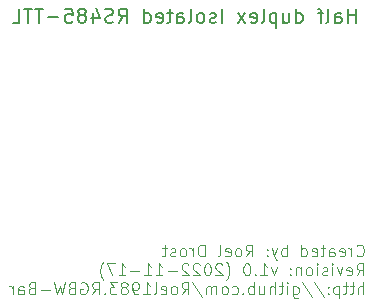
<source format=gbo>
G04 #@! TF.GenerationSoftware,KiCad,Pcbnew,5.1.12-84ad8e8a86~92~ubuntu16.04.1*
G04 #@! TF.CreationDate,2022-11-17T23:54:25+01:00*
G04 #@! TF.ProjectId,RS485-TTL,52533438-352d-4545-944c-2e6b69636164,rev?*
G04 #@! TF.SameCoordinates,Original*
G04 #@! TF.FileFunction,Legend,Bot*
G04 #@! TF.FilePolarity,Positive*
%FSLAX46Y46*%
G04 Gerber Fmt 4.6, Leading zero omitted, Abs format (unit mm)*
G04 Created by KiCad (PCBNEW 5.1.12-84ad8e8a86~92~ubuntu16.04.1) date 2022-11-17 23:54:25*
%MOMM*%
%LPD*%
G01*
G04 APERTURE LIST*
%ADD10C,0.100000*%
%ADD11C,0.200000*%
%ADD12C,2.800000*%
%ADD13O,1.700000X1.700000*%
%ADD14R,1.700000X1.700000*%
%ADD15C,2.000000*%
%ADD16C,3.200000*%
G04 APERTURE END LIST*
D10*
X165622476Y-94642142D02*
X165670095Y-94689761D01*
X165812952Y-94737380D01*
X165908190Y-94737380D01*
X166051047Y-94689761D01*
X166146285Y-94594523D01*
X166193904Y-94499285D01*
X166241523Y-94308809D01*
X166241523Y-94165952D01*
X166193904Y-93975476D01*
X166146285Y-93880238D01*
X166051047Y-93785000D01*
X165908190Y-93737380D01*
X165812952Y-93737380D01*
X165670095Y-93785000D01*
X165622476Y-93832619D01*
X165193904Y-94737380D02*
X165193904Y-94070714D01*
X165193904Y-94261190D02*
X165146285Y-94165952D01*
X165098666Y-94118333D01*
X165003428Y-94070714D01*
X164908190Y-94070714D01*
X164193904Y-94689761D02*
X164289142Y-94737380D01*
X164479619Y-94737380D01*
X164574857Y-94689761D01*
X164622476Y-94594523D01*
X164622476Y-94213571D01*
X164574857Y-94118333D01*
X164479619Y-94070714D01*
X164289142Y-94070714D01*
X164193904Y-94118333D01*
X164146285Y-94213571D01*
X164146285Y-94308809D01*
X164622476Y-94404047D01*
X163289142Y-94737380D02*
X163289142Y-94213571D01*
X163336761Y-94118333D01*
X163432000Y-94070714D01*
X163622476Y-94070714D01*
X163717714Y-94118333D01*
X163289142Y-94689761D02*
X163384380Y-94737380D01*
X163622476Y-94737380D01*
X163717714Y-94689761D01*
X163765333Y-94594523D01*
X163765333Y-94499285D01*
X163717714Y-94404047D01*
X163622476Y-94356428D01*
X163384380Y-94356428D01*
X163289142Y-94308809D01*
X162955809Y-94070714D02*
X162574857Y-94070714D01*
X162812952Y-93737380D02*
X162812952Y-94594523D01*
X162765333Y-94689761D01*
X162670095Y-94737380D01*
X162574857Y-94737380D01*
X161860571Y-94689761D02*
X161955809Y-94737380D01*
X162146285Y-94737380D01*
X162241523Y-94689761D01*
X162289142Y-94594523D01*
X162289142Y-94213571D01*
X162241523Y-94118333D01*
X162146285Y-94070714D01*
X161955809Y-94070714D01*
X161860571Y-94118333D01*
X161812952Y-94213571D01*
X161812952Y-94308809D01*
X162289142Y-94404047D01*
X160955809Y-94737380D02*
X160955809Y-93737380D01*
X160955809Y-94689761D02*
X161051047Y-94737380D01*
X161241523Y-94737380D01*
X161336761Y-94689761D01*
X161384380Y-94642142D01*
X161432000Y-94546904D01*
X161432000Y-94261190D01*
X161384380Y-94165952D01*
X161336761Y-94118333D01*
X161241523Y-94070714D01*
X161051047Y-94070714D01*
X160955809Y-94118333D01*
X159717714Y-94737380D02*
X159717714Y-93737380D01*
X159717714Y-94118333D02*
X159622476Y-94070714D01*
X159432000Y-94070714D01*
X159336761Y-94118333D01*
X159289142Y-94165952D01*
X159241523Y-94261190D01*
X159241523Y-94546904D01*
X159289142Y-94642142D01*
X159336761Y-94689761D01*
X159432000Y-94737380D01*
X159622476Y-94737380D01*
X159717714Y-94689761D01*
X158908190Y-94070714D02*
X158670095Y-94737380D01*
X158432000Y-94070714D02*
X158670095Y-94737380D01*
X158765333Y-94975476D01*
X158812952Y-95023095D01*
X158908190Y-95070714D01*
X158051047Y-94642142D02*
X158003428Y-94689761D01*
X158051047Y-94737380D01*
X158098666Y-94689761D01*
X158051047Y-94642142D01*
X158051047Y-94737380D01*
X158051047Y-94118333D02*
X158003428Y-94165952D01*
X158051047Y-94213571D01*
X158098666Y-94165952D01*
X158051047Y-94118333D01*
X158051047Y-94213571D01*
X156241523Y-94737380D02*
X156574857Y-94261190D01*
X156812952Y-94737380D02*
X156812952Y-93737380D01*
X156432000Y-93737380D01*
X156336761Y-93785000D01*
X156289142Y-93832619D01*
X156241523Y-93927857D01*
X156241523Y-94070714D01*
X156289142Y-94165952D01*
X156336761Y-94213571D01*
X156432000Y-94261190D01*
X156812952Y-94261190D01*
X155670095Y-94737380D02*
X155765333Y-94689761D01*
X155812952Y-94642142D01*
X155860571Y-94546904D01*
X155860571Y-94261190D01*
X155812952Y-94165952D01*
X155765333Y-94118333D01*
X155670095Y-94070714D01*
X155527238Y-94070714D01*
X155432000Y-94118333D01*
X155384380Y-94165952D01*
X155336761Y-94261190D01*
X155336761Y-94546904D01*
X155384380Y-94642142D01*
X155432000Y-94689761D01*
X155527238Y-94737380D01*
X155670095Y-94737380D01*
X154527238Y-94689761D02*
X154622476Y-94737380D01*
X154812952Y-94737380D01*
X154908190Y-94689761D01*
X154955809Y-94594523D01*
X154955809Y-94213571D01*
X154908190Y-94118333D01*
X154812952Y-94070714D01*
X154622476Y-94070714D01*
X154527238Y-94118333D01*
X154479619Y-94213571D01*
X154479619Y-94308809D01*
X154955809Y-94404047D01*
X153908190Y-94737380D02*
X154003428Y-94689761D01*
X154051047Y-94594523D01*
X154051047Y-93737380D01*
X152765333Y-94737380D02*
X152765333Y-93737380D01*
X152527238Y-93737380D01*
X152384380Y-93785000D01*
X152289142Y-93880238D01*
X152241523Y-93975476D01*
X152193904Y-94165952D01*
X152193904Y-94308809D01*
X152241523Y-94499285D01*
X152289142Y-94594523D01*
X152384380Y-94689761D01*
X152527238Y-94737380D01*
X152765333Y-94737380D01*
X151765333Y-94737380D02*
X151765333Y-94070714D01*
X151765333Y-94261190D02*
X151717714Y-94165952D01*
X151670095Y-94118333D01*
X151574857Y-94070714D01*
X151479619Y-94070714D01*
X151003428Y-94737380D02*
X151098666Y-94689761D01*
X151146285Y-94642142D01*
X151193904Y-94546904D01*
X151193904Y-94261190D01*
X151146285Y-94165952D01*
X151098666Y-94118333D01*
X151003428Y-94070714D01*
X150860571Y-94070714D01*
X150765333Y-94118333D01*
X150717714Y-94165952D01*
X150670095Y-94261190D01*
X150670095Y-94546904D01*
X150717714Y-94642142D01*
X150765333Y-94689761D01*
X150860571Y-94737380D01*
X151003428Y-94737380D01*
X150289142Y-94689761D02*
X150193904Y-94737380D01*
X150003428Y-94737380D01*
X149908190Y-94689761D01*
X149860571Y-94594523D01*
X149860571Y-94546904D01*
X149908190Y-94451666D01*
X150003428Y-94404047D01*
X150146285Y-94404047D01*
X150241523Y-94356428D01*
X150289142Y-94261190D01*
X150289142Y-94213571D01*
X150241523Y-94118333D01*
X150146285Y-94070714D01*
X150003428Y-94070714D01*
X149908190Y-94118333D01*
X149574857Y-94070714D02*
X149193904Y-94070714D01*
X149432000Y-93737380D02*
X149432000Y-94594523D01*
X149384380Y-94689761D01*
X149289142Y-94737380D01*
X149193904Y-94737380D01*
X165622476Y-96337380D02*
X165955809Y-95861190D01*
X166193904Y-96337380D02*
X166193904Y-95337380D01*
X165812952Y-95337380D01*
X165717714Y-95385000D01*
X165670095Y-95432619D01*
X165622476Y-95527857D01*
X165622476Y-95670714D01*
X165670095Y-95765952D01*
X165717714Y-95813571D01*
X165812952Y-95861190D01*
X166193904Y-95861190D01*
X164812952Y-96289761D02*
X164908190Y-96337380D01*
X165098666Y-96337380D01*
X165193904Y-96289761D01*
X165241523Y-96194523D01*
X165241523Y-95813571D01*
X165193904Y-95718333D01*
X165098666Y-95670714D01*
X164908190Y-95670714D01*
X164812952Y-95718333D01*
X164765333Y-95813571D01*
X164765333Y-95908809D01*
X165241523Y-96004047D01*
X164432000Y-95670714D02*
X164193904Y-96337380D01*
X163955809Y-95670714D01*
X163574857Y-96337380D02*
X163574857Y-95670714D01*
X163574857Y-95337380D02*
X163622476Y-95385000D01*
X163574857Y-95432619D01*
X163527238Y-95385000D01*
X163574857Y-95337380D01*
X163574857Y-95432619D01*
X163146285Y-96289761D02*
X163051047Y-96337380D01*
X162860571Y-96337380D01*
X162765333Y-96289761D01*
X162717714Y-96194523D01*
X162717714Y-96146904D01*
X162765333Y-96051666D01*
X162860571Y-96004047D01*
X163003428Y-96004047D01*
X163098666Y-95956428D01*
X163146285Y-95861190D01*
X163146285Y-95813571D01*
X163098666Y-95718333D01*
X163003428Y-95670714D01*
X162860571Y-95670714D01*
X162765333Y-95718333D01*
X162289142Y-96337380D02*
X162289142Y-95670714D01*
X162289142Y-95337380D02*
X162336761Y-95385000D01*
X162289142Y-95432619D01*
X162241523Y-95385000D01*
X162289142Y-95337380D01*
X162289142Y-95432619D01*
X161670095Y-96337380D02*
X161765333Y-96289761D01*
X161812952Y-96242142D01*
X161860571Y-96146904D01*
X161860571Y-95861190D01*
X161812952Y-95765952D01*
X161765333Y-95718333D01*
X161670095Y-95670714D01*
X161527238Y-95670714D01*
X161431999Y-95718333D01*
X161384380Y-95765952D01*
X161336761Y-95861190D01*
X161336761Y-96146904D01*
X161384380Y-96242142D01*
X161431999Y-96289761D01*
X161527238Y-96337380D01*
X161670095Y-96337380D01*
X160908190Y-95670714D02*
X160908190Y-96337380D01*
X160908190Y-95765952D02*
X160860571Y-95718333D01*
X160765333Y-95670714D01*
X160622476Y-95670714D01*
X160527238Y-95718333D01*
X160479619Y-95813571D01*
X160479619Y-96337380D01*
X160003428Y-96242142D02*
X159955809Y-96289761D01*
X160003428Y-96337380D01*
X160051047Y-96289761D01*
X160003428Y-96242142D01*
X160003428Y-96337380D01*
X160003428Y-95718333D02*
X159955809Y-95765952D01*
X160003428Y-95813571D01*
X160051047Y-95765952D01*
X160003428Y-95718333D01*
X160003428Y-95813571D01*
X158860571Y-95670714D02*
X158622476Y-96337380D01*
X158384380Y-95670714D01*
X157479619Y-96337380D02*
X158051047Y-96337380D01*
X157765333Y-96337380D02*
X157765333Y-95337380D01*
X157860571Y-95480238D01*
X157955809Y-95575476D01*
X158051047Y-95623095D01*
X157051047Y-96242142D02*
X157003428Y-96289761D01*
X157051047Y-96337380D01*
X157098666Y-96289761D01*
X157051047Y-96242142D01*
X157051047Y-96337380D01*
X156384380Y-95337380D02*
X156289142Y-95337380D01*
X156193904Y-95385000D01*
X156146285Y-95432619D01*
X156098666Y-95527857D01*
X156051047Y-95718333D01*
X156051047Y-95956428D01*
X156098666Y-96146904D01*
X156146285Y-96242142D01*
X156193904Y-96289761D01*
X156289142Y-96337380D01*
X156384380Y-96337380D01*
X156479619Y-96289761D01*
X156527238Y-96242142D01*
X156574857Y-96146904D01*
X156622476Y-95956428D01*
X156622476Y-95718333D01*
X156574857Y-95527857D01*
X156527238Y-95432619D01*
X156479619Y-95385000D01*
X156384380Y-95337380D01*
X154574857Y-96718333D02*
X154622476Y-96670714D01*
X154717714Y-96527857D01*
X154765333Y-96432619D01*
X154812952Y-96289761D01*
X154860571Y-96051666D01*
X154860571Y-95861190D01*
X154812952Y-95623095D01*
X154765333Y-95480238D01*
X154717714Y-95385000D01*
X154622476Y-95242142D01*
X154574857Y-95194523D01*
X154241523Y-95432619D02*
X154193904Y-95385000D01*
X154098666Y-95337380D01*
X153860571Y-95337380D01*
X153765333Y-95385000D01*
X153717714Y-95432619D01*
X153670095Y-95527857D01*
X153670095Y-95623095D01*
X153717714Y-95765952D01*
X154289142Y-96337380D01*
X153670095Y-96337380D01*
X153051047Y-95337380D02*
X152955809Y-95337380D01*
X152860571Y-95385000D01*
X152812952Y-95432619D01*
X152765333Y-95527857D01*
X152717714Y-95718333D01*
X152717714Y-95956428D01*
X152765333Y-96146904D01*
X152812952Y-96242142D01*
X152860571Y-96289761D01*
X152955809Y-96337380D01*
X153051047Y-96337380D01*
X153146285Y-96289761D01*
X153193904Y-96242142D01*
X153241523Y-96146904D01*
X153289142Y-95956428D01*
X153289142Y-95718333D01*
X153241523Y-95527857D01*
X153193904Y-95432619D01*
X153146285Y-95385000D01*
X153051047Y-95337380D01*
X152336761Y-95432619D02*
X152289142Y-95385000D01*
X152193904Y-95337380D01*
X151955809Y-95337380D01*
X151860571Y-95385000D01*
X151812952Y-95432619D01*
X151765333Y-95527857D01*
X151765333Y-95623095D01*
X151812952Y-95765952D01*
X152384380Y-96337380D01*
X151765333Y-96337380D01*
X151384380Y-95432619D02*
X151336761Y-95385000D01*
X151241523Y-95337380D01*
X151003428Y-95337380D01*
X150908190Y-95385000D01*
X150860571Y-95432619D01*
X150812952Y-95527857D01*
X150812952Y-95623095D01*
X150860571Y-95765952D01*
X151432000Y-96337380D01*
X150812952Y-96337380D01*
X150384380Y-95956428D02*
X149622476Y-95956428D01*
X148622476Y-96337380D02*
X149193904Y-96337380D01*
X148908190Y-96337380D02*
X148908190Y-95337380D01*
X149003428Y-95480238D01*
X149098666Y-95575476D01*
X149193904Y-95623095D01*
X147670095Y-96337380D02*
X148241523Y-96337380D01*
X147955809Y-96337380D02*
X147955809Y-95337380D01*
X148051047Y-95480238D01*
X148146285Y-95575476D01*
X148241523Y-95623095D01*
X147241523Y-95956428D02*
X146479619Y-95956428D01*
X145479619Y-96337380D02*
X146051047Y-96337380D01*
X145765333Y-96337380D02*
X145765333Y-95337380D01*
X145860571Y-95480238D01*
X145955809Y-95575476D01*
X146051047Y-95623095D01*
X145146285Y-95337380D02*
X144479619Y-95337380D01*
X144908190Y-96337380D01*
X144193904Y-96718333D02*
X144146285Y-96670714D01*
X144051047Y-96527857D01*
X144003428Y-96432619D01*
X143955809Y-96289761D01*
X143908190Y-96051666D01*
X143908190Y-95861190D01*
X143955809Y-95623095D01*
X144003428Y-95480238D01*
X144051047Y-95385000D01*
X144146285Y-95242142D01*
X144193904Y-95194523D01*
X166193904Y-97937380D02*
X166193904Y-96937380D01*
X165765333Y-97937380D02*
X165765333Y-97413571D01*
X165812952Y-97318333D01*
X165908190Y-97270714D01*
X166051047Y-97270714D01*
X166146285Y-97318333D01*
X166193904Y-97365952D01*
X165432000Y-97270714D02*
X165051047Y-97270714D01*
X165289142Y-96937380D02*
X165289142Y-97794523D01*
X165241523Y-97889761D01*
X165146285Y-97937380D01*
X165051047Y-97937380D01*
X164860571Y-97270714D02*
X164479619Y-97270714D01*
X164717714Y-96937380D02*
X164717714Y-97794523D01*
X164670095Y-97889761D01*
X164574857Y-97937380D01*
X164479619Y-97937380D01*
X164146285Y-97270714D02*
X164146285Y-98270714D01*
X164146285Y-97318333D02*
X164051047Y-97270714D01*
X163860571Y-97270714D01*
X163765333Y-97318333D01*
X163717714Y-97365952D01*
X163670095Y-97461190D01*
X163670095Y-97746904D01*
X163717714Y-97842142D01*
X163765333Y-97889761D01*
X163860571Y-97937380D01*
X164051047Y-97937380D01*
X164146285Y-97889761D01*
X163241523Y-97842142D02*
X163193904Y-97889761D01*
X163241523Y-97937380D01*
X163289142Y-97889761D01*
X163241523Y-97842142D01*
X163241523Y-97937380D01*
X163241523Y-97318333D02*
X163193904Y-97365952D01*
X163241523Y-97413571D01*
X163289142Y-97365952D01*
X163241523Y-97318333D01*
X163241523Y-97413571D01*
X162051047Y-96889761D02*
X162908190Y-98175476D01*
X161003428Y-96889761D02*
X161860571Y-98175476D01*
X160241523Y-97270714D02*
X160241523Y-98080238D01*
X160289142Y-98175476D01*
X160336761Y-98223095D01*
X160432000Y-98270714D01*
X160574857Y-98270714D01*
X160670095Y-98223095D01*
X160241523Y-97889761D02*
X160336761Y-97937380D01*
X160527238Y-97937380D01*
X160622476Y-97889761D01*
X160670095Y-97842142D01*
X160717714Y-97746904D01*
X160717714Y-97461190D01*
X160670095Y-97365952D01*
X160622476Y-97318333D01*
X160527238Y-97270714D01*
X160336761Y-97270714D01*
X160241523Y-97318333D01*
X159765333Y-97937380D02*
X159765333Y-97270714D01*
X159765333Y-96937380D02*
X159812952Y-96985000D01*
X159765333Y-97032619D01*
X159717714Y-96985000D01*
X159765333Y-96937380D01*
X159765333Y-97032619D01*
X159432000Y-97270714D02*
X159051047Y-97270714D01*
X159289142Y-96937380D02*
X159289142Y-97794523D01*
X159241523Y-97889761D01*
X159146285Y-97937380D01*
X159051047Y-97937380D01*
X158717714Y-97937380D02*
X158717714Y-96937380D01*
X158289142Y-97937380D02*
X158289142Y-97413571D01*
X158336761Y-97318333D01*
X158432000Y-97270714D01*
X158574857Y-97270714D01*
X158670095Y-97318333D01*
X158717714Y-97365952D01*
X157384380Y-97270714D02*
X157384380Y-97937380D01*
X157812952Y-97270714D02*
X157812952Y-97794523D01*
X157765333Y-97889761D01*
X157670095Y-97937380D01*
X157527238Y-97937380D01*
X157432000Y-97889761D01*
X157384380Y-97842142D01*
X156908190Y-97937380D02*
X156908190Y-96937380D01*
X156908190Y-97318333D02*
X156812952Y-97270714D01*
X156622476Y-97270714D01*
X156527238Y-97318333D01*
X156479619Y-97365952D01*
X156432000Y-97461190D01*
X156432000Y-97746904D01*
X156479619Y-97842142D01*
X156527238Y-97889761D01*
X156622476Y-97937380D01*
X156812952Y-97937380D01*
X156908190Y-97889761D01*
X156003428Y-97842142D02*
X155955809Y-97889761D01*
X156003428Y-97937380D01*
X156051047Y-97889761D01*
X156003428Y-97842142D01*
X156003428Y-97937380D01*
X155098666Y-97889761D02*
X155193904Y-97937380D01*
X155384380Y-97937380D01*
X155479619Y-97889761D01*
X155527238Y-97842142D01*
X155574857Y-97746904D01*
X155574857Y-97461190D01*
X155527238Y-97365952D01*
X155479619Y-97318333D01*
X155384380Y-97270714D01*
X155193904Y-97270714D01*
X155098666Y-97318333D01*
X154527238Y-97937380D02*
X154622476Y-97889761D01*
X154670095Y-97842142D01*
X154717714Y-97746904D01*
X154717714Y-97461190D01*
X154670095Y-97365952D01*
X154622476Y-97318333D01*
X154527238Y-97270714D01*
X154384380Y-97270714D01*
X154289142Y-97318333D01*
X154241523Y-97365952D01*
X154193904Y-97461190D01*
X154193904Y-97746904D01*
X154241523Y-97842142D01*
X154289142Y-97889761D01*
X154384380Y-97937380D01*
X154527238Y-97937380D01*
X153765333Y-97937380D02*
X153765333Y-97270714D01*
X153765333Y-97365952D02*
X153717714Y-97318333D01*
X153622476Y-97270714D01*
X153479619Y-97270714D01*
X153384380Y-97318333D01*
X153336761Y-97413571D01*
X153336761Y-97937380D01*
X153336761Y-97413571D02*
X153289142Y-97318333D01*
X153193904Y-97270714D01*
X153051047Y-97270714D01*
X152955809Y-97318333D01*
X152908190Y-97413571D01*
X152908190Y-97937380D01*
X151717714Y-96889761D02*
X152574857Y-98175476D01*
X150812952Y-97937380D02*
X151146285Y-97461190D01*
X151384380Y-97937380D02*
X151384380Y-96937380D01*
X151003428Y-96937380D01*
X150908190Y-96985000D01*
X150860571Y-97032619D01*
X150812952Y-97127857D01*
X150812952Y-97270714D01*
X150860571Y-97365952D01*
X150908190Y-97413571D01*
X151003428Y-97461190D01*
X151384380Y-97461190D01*
X150241523Y-97937380D02*
X150336761Y-97889761D01*
X150384380Y-97842142D01*
X150432000Y-97746904D01*
X150432000Y-97461190D01*
X150384380Y-97365952D01*
X150336761Y-97318333D01*
X150241523Y-97270714D01*
X150098666Y-97270714D01*
X150003428Y-97318333D01*
X149955809Y-97365952D01*
X149908190Y-97461190D01*
X149908190Y-97746904D01*
X149955809Y-97842142D01*
X150003428Y-97889761D01*
X150098666Y-97937380D01*
X150241523Y-97937380D01*
X149098666Y-97889761D02*
X149193904Y-97937380D01*
X149384380Y-97937380D01*
X149479619Y-97889761D01*
X149527238Y-97794523D01*
X149527238Y-97413571D01*
X149479619Y-97318333D01*
X149384380Y-97270714D01*
X149193904Y-97270714D01*
X149098666Y-97318333D01*
X149051047Y-97413571D01*
X149051047Y-97508809D01*
X149527238Y-97604047D01*
X148479619Y-97937380D02*
X148574857Y-97889761D01*
X148622476Y-97794523D01*
X148622476Y-96937380D01*
X147574857Y-97937380D02*
X148146285Y-97937380D01*
X147860571Y-97937380D02*
X147860571Y-96937380D01*
X147955809Y-97080238D01*
X148051047Y-97175476D01*
X148146285Y-97223095D01*
X147098666Y-97937380D02*
X146908190Y-97937380D01*
X146812952Y-97889761D01*
X146765333Y-97842142D01*
X146670095Y-97699285D01*
X146622476Y-97508809D01*
X146622476Y-97127857D01*
X146670095Y-97032619D01*
X146717714Y-96985000D01*
X146812952Y-96937380D01*
X147003428Y-96937380D01*
X147098666Y-96985000D01*
X147146285Y-97032619D01*
X147193904Y-97127857D01*
X147193904Y-97365952D01*
X147146285Y-97461190D01*
X147098666Y-97508809D01*
X147003428Y-97556428D01*
X146812952Y-97556428D01*
X146717714Y-97508809D01*
X146670095Y-97461190D01*
X146622476Y-97365952D01*
X146051047Y-97365952D02*
X146146285Y-97318333D01*
X146193904Y-97270714D01*
X146241523Y-97175476D01*
X146241523Y-97127857D01*
X146193904Y-97032619D01*
X146146285Y-96985000D01*
X146051047Y-96937380D01*
X145860571Y-96937380D01*
X145765333Y-96985000D01*
X145717714Y-97032619D01*
X145670095Y-97127857D01*
X145670095Y-97175476D01*
X145717714Y-97270714D01*
X145765333Y-97318333D01*
X145860571Y-97365952D01*
X146051047Y-97365952D01*
X146146285Y-97413571D01*
X146193904Y-97461190D01*
X146241523Y-97556428D01*
X146241523Y-97746904D01*
X146193904Y-97842142D01*
X146146285Y-97889761D01*
X146051047Y-97937380D01*
X145860571Y-97937380D01*
X145765333Y-97889761D01*
X145717714Y-97842142D01*
X145670095Y-97746904D01*
X145670095Y-97556428D01*
X145717714Y-97461190D01*
X145765333Y-97413571D01*
X145860571Y-97365952D01*
X145336761Y-96937380D02*
X144717714Y-96937380D01*
X145051047Y-97318333D01*
X144908190Y-97318333D01*
X144812952Y-97365952D01*
X144765333Y-97413571D01*
X144717714Y-97508809D01*
X144717714Y-97746904D01*
X144765333Y-97842142D01*
X144812952Y-97889761D01*
X144908190Y-97937380D01*
X145193904Y-97937380D01*
X145289142Y-97889761D01*
X145336761Y-97842142D01*
X144289142Y-97842142D02*
X144241523Y-97889761D01*
X144289142Y-97937380D01*
X144336761Y-97889761D01*
X144289142Y-97842142D01*
X144289142Y-97937380D01*
X143241523Y-97937380D02*
X143574857Y-97461190D01*
X143812952Y-97937380D02*
X143812952Y-96937380D01*
X143432000Y-96937380D01*
X143336761Y-96985000D01*
X143289142Y-97032619D01*
X143241523Y-97127857D01*
X143241523Y-97270714D01*
X143289142Y-97365952D01*
X143336761Y-97413571D01*
X143432000Y-97461190D01*
X143812952Y-97461190D01*
X142289142Y-96985000D02*
X142384380Y-96937380D01*
X142527238Y-96937380D01*
X142670095Y-96985000D01*
X142765333Y-97080238D01*
X142812952Y-97175476D01*
X142860571Y-97365952D01*
X142860571Y-97508809D01*
X142812952Y-97699285D01*
X142765333Y-97794523D01*
X142670095Y-97889761D01*
X142527238Y-97937380D01*
X142432000Y-97937380D01*
X142289142Y-97889761D01*
X142241523Y-97842142D01*
X142241523Y-97508809D01*
X142432000Y-97508809D01*
X141479619Y-97413571D02*
X141336761Y-97461190D01*
X141289142Y-97508809D01*
X141241523Y-97604047D01*
X141241523Y-97746904D01*
X141289142Y-97842142D01*
X141336761Y-97889761D01*
X141432000Y-97937380D01*
X141812952Y-97937380D01*
X141812952Y-96937380D01*
X141479619Y-96937380D01*
X141384380Y-96985000D01*
X141336761Y-97032619D01*
X141289142Y-97127857D01*
X141289142Y-97223095D01*
X141336761Y-97318333D01*
X141384380Y-97365952D01*
X141479619Y-97413571D01*
X141812952Y-97413571D01*
X140908190Y-96937380D02*
X140670095Y-97937380D01*
X140479619Y-97223095D01*
X140289142Y-97937380D01*
X140051047Y-96937380D01*
X139670095Y-97556428D02*
X138908190Y-97556428D01*
X138098666Y-97413571D02*
X137955809Y-97461190D01*
X137908190Y-97508809D01*
X137860571Y-97604047D01*
X137860571Y-97746904D01*
X137908190Y-97842142D01*
X137955809Y-97889761D01*
X138051047Y-97937380D01*
X138432000Y-97937380D01*
X138432000Y-96937380D01*
X138098666Y-96937380D01*
X138003428Y-96985000D01*
X137955809Y-97032619D01*
X137908190Y-97127857D01*
X137908190Y-97223095D01*
X137955809Y-97318333D01*
X138003428Y-97365952D01*
X138098666Y-97413571D01*
X138432000Y-97413571D01*
X137003428Y-97937380D02*
X137003428Y-97413571D01*
X137051047Y-97318333D01*
X137146285Y-97270714D01*
X137336761Y-97270714D01*
X137432000Y-97318333D01*
X137003428Y-97889761D02*
X137098666Y-97937380D01*
X137336761Y-97937380D01*
X137432000Y-97889761D01*
X137479619Y-97794523D01*
X137479619Y-97699285D01*
X137432000Y-97604047D01*
X137336761Y-97556428D01*
X137098666Y-97556428D01*
X137003428Y-97508809D01*
X136527238Y-97937380D02*
X136527238Y-97270714D01*
X136527238Y-97461190D02*
X136479619Y-97365952D01*
X136432000Y-97318333D01*
X136336761Y-97270714D01*
X136241523Y-97270714D01*
D11*
X165587142Y-74964857D02*
X165587142Y-73764857D01*
X165587142Y-74336285D02*
X164901428Y-74336285D01*
X164901428Y-74964857D02*
X164901428Y-73764857D01*
X163815714Y-74964857D02*
X163815714Y-74336285D01*
X163872857Y-74222000D01*
X163987142Y-74164857D01*
X164215714Y-74164857D01*
X164330000Y-74222000D01*
X163815714Y-74907714D02*
X163930000Y-74964857D01*
X164215714Y-74964857D01*
X164330000Y-74907714D01*
X164387142Y-74793428D01*
X164387142Y-74679142D01*
X164330000Y-74564857D01*
X164215714Y-74507714D01*
X163930000Y-74507714D01*
X163815714Y-74450571D01*
X163072857Y-74964857D02*
X163187142Y-74907714D01*
X163244285Y-74793428D01*
X163244285Y-73764857D01*
X162787142Y-74164857D02*
X162330000Y-74164857D01*
X162615714Y-74964857D02*
X162615714Y-73936285D01*
X162558571Y-73822000D01*
X162444285Y-73764857D01*
X162330000Y-73764857D01*
X160501428Y-74964857D02*
X160501428Y-73764857D01*
X160501428Y-74907714D02*
X160615714Y-74964857D01*
X160844285Y-74964857D01*
X160958571Y-74907714D01*
X161015714Y-74850571D01*
X161072857Y-74736285D01*
X161072857Y-74393428D01*
X161015714Y-74279142D01*
X160958571Y-74222000D01*
X160844285Y-74164857D01*
X160615714Y-74164857D01*
X160501428Y-74222000D01*
X159415714Y-74164857D02*
X159415714Y-74964857D01*
X159930000Y-74164857D02*
X159930000Y-74793428D01*
X159872857Y-74907714D01*
X159758571Y-74964857D01*
X159587142Y-74964857D01*
X159472857Y-74907714D01*
X159415714Y-74850571D01*
X158844285Y-74164857D02*
X158844285Y-75364857D01*
X158844285Y-74222000D02*
X158730000Y-74164857D01*
X158501428Y-74164857D01*
X158387142Y-74222000D01*
X158330000Y-74279142D01*
X158272857Y-74393428D01*
X158272857Y-74736285D01*
X158330000Y-74850571D01*
X158387142Y-74907714D01*
X158501428Y-74964857D01*
X158730000Y-74964857D01*
X158844285Y-74907714D01*
X157587142Y-74964857D02*
X157701428Y-74907714D01*
X157758571Y-74793428D01*
X157758571Y-73764857D01*
X156672857Y-74907714D02*
X156787142Y-74964857D01*
X157015714Y-74964857D01*
X157130000Y-74907714D01*
X157187142Y-74793428D01*
X157187142Y-74336285D01*
X157130000Y-74222000D01*
X157015714Y-74164857D01*
X156787142Y-74164857D01*
X156672857Y-74222000D01*
X156615714Y-74336285D01*
X156615714Y-74450571D01*
X157187142Y-74564857D01*
X156215714Y-74964857D02*
X155587142Y-74164857D01*
X156215714Y-74164857D02*
X155587142Y-74964857D01*
X154215714Y-74964857D02*
X154215714Y-73764857D01*
X153701428Y-74907714D02*
X153587142Y-74964857D01*
X153358571Y-74964857D01*
X153244285Y-74907714D01*
X153187142Y-74793428D01*
X153187142Y-74736285D01*
X153244285Y-74622000D01*
X153358571Y-74564857D01*
X153530000Y-74564857D01*
X153644285Y-74507714D01*
X153701428Y-74393428D01*
X153701428Y-74336285D01*
X153644285Y-74222000D01*
X153530000Y-74164857D01*
X153358571Y-74164857D01*
X153244285Y-74222000D01*
X152501428Y-74964857D02*
X152615714Y-74907714D01*
X152672857Y-74850571D01*
X152730000Y-74736285D01*
X152730000Y-74393428D01*
X152672857Y-74279142D01*
X152615714Y-74222000D01*
X152501428Y-74164857D01*
X152330000Y-74164857D01*
X152215714Y-74222000D01*
X152158571Y-74279142D01*
X152101428Y-74393428D01*
X152101428Y-74736285D01*
X152158571Y-74850571D01*
X152215714Y-74907714D01*
X152330000Y-74964857D01*
X152501428Y-74964857D01*
X151415714Y-74964857D02*
X151530000Y-74907714D01*
X151587142Y-74793428D01*
X151587142Y-73764857D01*
X150444285Y-74964857D02*
X150444285Y-74336285D01*
X150501428Y-74222000D01*
X150615714Y-74164857D01*
X150844285Y-74164857D01*
X150958571Y-74222000D01*
X150444285Y-74907714D02*
X150558571Y-74964857D01*
X150844285Y-74964857D01*
X150958571Y-74907714D01*
X151015714Y-74793428D01*
X151015714Y-74679142D01*
X150958571Y-74564857D01*
X150844285Y-74507714D01*
X150558571Y-74507714D01*
X150444285Y-74450571D01*
X150044285Y-74164857D02*
X149587142Y-74164857D01*
X149872857Y-73764857D02*
X149872857Y-74793428D01*
X149815714Y-74907714D01*
X149701428Y-74964857D01*
X149587142Y-74964857D01*
X148730000Y-74907714D02*
X148844285Y-74964857D01*
X149072857Y-74964857D01*
X149187142Y-74907714D01*
X149244285Y-74793428D01*
X149244285Y-74336285D01*
X149187142Y-74222000D01*
X149072857Y-74164857D01*
X148844285Y-74164857D01*
X148730000Y-74222000D01*
X148672857Y-74336285D01*
X148672857Y-74450571D01*
X149244285Y-74564857D01*
X147644285Y-74964857D02*
X147644285Y-73764857D01*
X147644285Y-74907714D02*
X147758571Y-74964857D01*
X147987142Y-74964857D01*
X148101428Y-74907714D01*
X148158571Y-74850571D01*
X148215714Y-74736285D01*
X148215714Y-74393428D01*
X148158571Y-74279142D01*
X148101428Y-74222000D01*
X147987142Y-74164857D01*
X147758571Y-74164857D01*
X147644285Y-74222000D01*
X145472857Y-74964857D02*
X145872857Y-74393428D01*
X146158571Y-74964857D02*
X146158571Y-73764857D01*
X145701428Y-73764857D01*
X145587142Y-73822000D01*
X145530000Y-73879142D01*
X145472857Y-73993428D01*
X145472857Y-74164857D01*
X145530000Y-74279142D01*
X145587142Y-74336285D01*
X145701428Y-74393428D01*
X146158571Y-74393428D01*
X145015714Y-74907714D02*
X144844285Y-74964857D01*
X144558571Y-74964857D01*
X144444285Y-74907714D01*
X144387142Y-74850571D01*
X144330000Y-74736285D01*
X144330000Y-74622000D01*
X144387142Y-74507714D01*
X144444285Y-74450571D01*
X144558571Y-74393428D01*
X144787142Y-74336285D01*
X144901428Y-74279142D01*
X144958571Y-74222000D01*
X145015714Y-74107714D01*
X145015714Y-73993428D01*
X144958571Y-73879142D01*
X144901428Y-73822000D01*
X144787142Y-73764857D01*
X144501428Y-73764857D01*
X144330000Y-73822000D01*
X143301428Y-74164857D02*
X143301428Y-74964857D01*
X143587142Y-73707714D02*
X143872857Y-74564857D01*
X143130000Y-74564857D01*
X142501428Y-74279142D02*
X142615714Y-74222000D01*
X142672857Y-74164857D01*
X142730000Y-74050571D01*
X142730000Y-73993428D01*
X142672857Y-73879142D01*
X142615714Y-73822000D01*
X142501428Y-73764857D01*
X142272857Y-73764857D01*
X142158571Y-73822000D01*
X142101428Y-73879142D01*
X142044285Y-73993428D01*
X142044285Y-74050571D01*
X142101428Y-74164857D01*
X142158571Y-74222000D01*
X142272857Y-74279142D01*
X142501428Y-74279142D01*
X142615714Y-74336285D01*
X142672857Y-74393428D01*
X142730000Y-74507714D01*
X142730000Y-74736285D01*
X142672857Y-74850571D01*
X142615714Y-74907714D01*
X142501428Y-74964857D01*
X142272857Y-74964857D01*
X142158571Y-74907714D01*
X142101428Y-74850571D01*
X142044285Y-74736285D01*
X142044285Y-74507714D01*
X142101428Y-74393428D01*
X142158571Y-74336285D01*
X142272857Y-74279142D01*
X140958571Y-73764857D02*
X141530000Y-73764857D01*
X141587142Y-74336285D01*
X141530000Y-74279142D01*
X141415714Y-74222000D01*
X141130000Y-74222000D01*
X141015714Y-74279142D01*
X140958571Y-74336285D01*
X140901428Y-74450571D01*
X140901428Y-74736285D01*
X140958571Y-74850571D01*
X141015714Y-74907714D01*
X141130000Y-74964857D01*
X141415714Y-74964857D01*
X141530000Y-74907714D01*
X141587142Y-74850571D01*
X140387142Y-74507714D02*
X139472857Y-74507714D01*
X139072857Y-73764857D02*
X138387142Y-73764857D01*
X138730000Y-74964857D02*
X138730000Y-73764857D01*
X138158571Y-73764857D02*
X137472857Y-73764857D01*
X137815714Y-74964857D02*
X137815714Y-73764857D01*
X136501428Y-74964857D02*
X137072857Y-74964857D01*
X137072857Y-73764857D01*
%LPC*%
D12*
X133350000Y-88392000D03*
X133350000Y-84892000D03*
X133350000Y-81392000D03*
D13*
X138557000Y-87884000D03*
D14*
X138557000Y-90424000D03*
D15*
X154940000Y-92456000D03*
X152400000Y-92456000D03*
X149860000Y-92456000D03*
X147320000Y-92456000D03*
D16*
X133350000Y-74676000D03*
X168910000Y-74676000D03*
X133350000Y-94996000D03*
X168910000Y-94996000D03*
D14*
X172720000Y-79756000D03*
D13*
X172720000Y-82296000D03*
X172720000Y-84836000D03*
X172720000Y-87376000D03*
X172720000Y-89916000D03*
D14*
X138557000Y-82042000D03*
D13*
X138557000Y-79502000D03*
M02*

</source>
